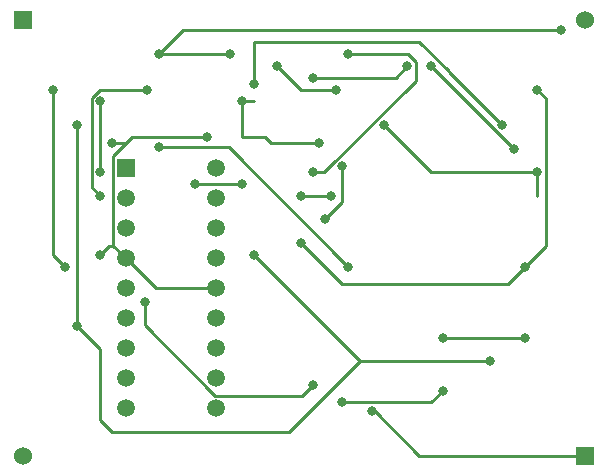
<source format=gbr>
%TF.GenerationSoftware,KiCad,Pcbnew,(6.0.9)*%
%TF.CreationDate,2023-11-13T18:20:47-08:00*%
%TF.ProjectId,music_card,6d757369-635f-4636-9172-642e6b696361,rev?*%
%TF.SameCoordinates,Original*%
%TF.FileFunction,Copper,L2,Bot*%
%TF.FilePolarity,Positive*%
%FSLAX46Y46*%
G04 Gerber Fmt 4.6, Leading zero omitted, Abs format (unit mm)*
G04 Created by KiCad (PCBNEW (6.0.9)) date 2023-11-13 18:20:47*
%MOMM*%
%LPD*%
G01*
G04 APERTURE LIST*
%TA.AperFunction,ComponentPad*%
%ADD10R,1.524000X1.524000*%
%TD*%
%TA.AperFunction,ComponentPad*%
%ADD11C,1.524000*%
%TD*%
%TA.AperFunction,ComponentPad*%
%ADD12R,1.498600X1.498600*%
%TD*%
%TA.AperFunction,ComponentPad*%
%ADD13C,1.498600*%
%TD*%
%TA.AperFunction,ViaPad*%
%ADD14C,0.800000*%
%TD*%
%TA.AperFunction,Conductor*%
%ADD15C,0.250000*%
%TD*%
G04 APERTURE END LIST*
D10*
%TO.P,VDD_THT2,1,THT*%
%TO.N,+5V*%
X114500000Y-94100000D03*
%TD*%
D11*
%TO.P,GND_THT1,1,THT*%
%TO.N,GND*%
X162000000Y-94100000D03*
%TD*%
D10*
%TO.P,GND_THT2,1,THT*%
%TO.N,GND*%
X162000000Y-131000000D03*
%TD*%
D12*
%TO.P,U2,1,Vref/AN2/RA2*%
%TO.N,Net-(R7-Pad1)*%
X123190000Y-106680000D03*
D13*
%TO.P,U2,2,CMP1/AN3/RA3*%
%TO.N,Net-(R6-Pad1)*%
X123190000Y-109220000D03*
%TO.P,U2,3,TOCKI/CMP2/RA4*%
%TO.N,unconnected-(U2-Pad3)*%
X123190000Y-111760000D03*
%TO.P,U2,4,~{MCLR}/Vpp/RA5*%
%TO.N,+5V*%
X123190000Y-114300000D03*
%TO.P,U2,5,VSS*%
%TO.N,GND*%
X123190000Y-116840000D03*
%TO.P,U2,6,RB0/INT*%
%TO.N,unconnected-(U2-Pad6)*%
X123190000Y-119380000D03*
%TO.P,U2,7,RB1/RX/DT*%
%TO.N,unconnected-(U2-Pad7)*%
X123190000Y-121920000D03*
%TO.P,U2,8,RB2/TX/CK*%
%TO.N,unconnected-(U2-Pad8)*%
X123190000Y-124460000D03*
%TO.P,U2,9,RB3/CCP1*%
%TO.N,Net-(R1-Pad2)*%
X123190000Y-127000000D03*
%TO.P,U2,10,RB4/PGM*%
%TO.N,unconnected-(U2-Pad10)*%
X130810000Y-127000000D03*
%TO.P,U2,11,RB5*%
%TO.N,unconnected-(U2-Pad11)*%
X130810000Y-124460000D03*
%TO.P,U2,12,RB6/T1OSC0/T1CKI/PGC*%
%TO.N,unconnected-(U2-Pad12)*%
X130810000Y-121920000D03*
%TO.P,U2,13,RB7/T1OSI/PGD*%
%TO.N,unconnected-(U2-Pad13)*%
X130810000Y-119380000D03*
%TO.P,U2,14,VDD*%
%TO.N,+5V*%
X130810000Y-116840000D03*
%TO.P,U2,15,CLKOUT/OSC2/RA6*%
%TO.N,unconnected-(U2-Pad15)*%
X130810000Y-114300000D03*
%TO.P,U2,16,CLKIN/OSC1/RA7*%
%TO.N,unconnected-(U2-Pad16)*%
X130810000Y-111760000D03*
%TO.P,U2,17,AN0/RA0*%
%TO.N,Net-(SW1-Pad1)*%
X130810000Y-109220000D03*
%TO.P,U2,18,AN1/RA1*%
%TO.N,unconnected-(U2-Pad18)*%
X130810000Y-106680000D03*
%TD*%
D11*
%TO.P,VDD_THT1,1,THT*%
%TO.N,+5V*%
X114500000Y-131000000D03*
%TD*%
D14*
%TO.N,Net-(BZ1-Pad1)*%
X140000000Y-111000000D03*
X139487701Y-104512299D03*
X133000000Y-101000000D03*
X141487701Y-106512299D03*
%TO.N,Net-(BZ1-Pad2)*%
X139000000Y-107000000D03*
X142000000Y-97000000D03*
%TO.N,Net-(D1-Pad1)*%
X138000000Y-109000000D03*
X140500000Y-109000000D03*
X150000000Y-121000000D03*
X157000000Y-121000000D03*
%TO.N,Net-(D1-Pad2)*%
X157000000Y-115000000D03*
X158000000Y-100000000D03*
X138000000Y-113000000D03*
%TO.N,Net-(D4-Pad1)*%
X119000000Y-120000000D03*
X119000000Y-103000000D03*
X134000000Y-114000000D03*
X134000000Y-114000000D03*
X154000000Y-123000000D03*
%TO.N,Net-(D4-Pad2)*%
X117000000Y-100000000D03*
X118000000Y-115000000D03*
X145000000Y-103000000D03*
X158000000Y-107000000D03*
%TO.N,Net-(R1-Pad2)*%
X141000000Y-100000000D03*
X129000000Y-108000000D03*
X136000000Y-98000000D03*
X133000000Y-108000000D03*
%TO.N,Net-(R6-Pad1)*%
X125000000Y-100000000D03*
X121000000Y-109000000D03*
%TO.N,Net-(R7-Pad1)*%
X121000000Y-101000000D03*
X121000000Y-107000000D03*
%TO.N,Net-(SW1-Pad2)*%
X156000000Y-105000000D03*
X149000000Y-98000000D03*
%TO.N,Net-(R6-Pad2)*%
X134000000Y-99500000D03*
X134000000Y-99500000D03*
X155012299Y-102987701D03*
X155012299Y-102987701D03*
%TO.N,Net-(R7-Pad2)*%
X142000000Y-115000000D03*
X126000000Y-104881200D03*
%TO.N,Net-(SW1-Pad1)*%
X150000000Y-125500000D03*
X141500000Y-126500000D03*
%TO.N,GND*%
X139000000Y-125000000D03*
X160000000Y-95000000D03*
X132000000Y-97000000D03*
X126000000Y-97000000D03*
X144000000Y-127224500D03*
X124775500Y-118000000D03*
%TO.N,+5V*%
X122000000Y-104500000D03*
X121000000Y-114000000D03*
X139000000Y-99000000D03*
X147000000Y-98000000D03*
X130000000Y-104000000D03*
%TD*%
D15*
%TO.N,Net-(BZ1-Pad1)*%
X133000000Y-104000000D02*
X134974695Y-104000000D01*
X141487701Y-106512299D02*
X141487701Y-109512299D01*
X133000000Y-101000000D02*
X134000000Y-101000000D01*
X141487701Y-109512299D02*
X140000000Y-111000000D01*
X134974695Y-104000000D02*
X135474695Y-104500000D01*
X139500000Y-104500000D02*
X139487701Y-104512299D01*
X135474695Y-104500000D02*
X139500000Y-104500000D01*
X133000000Y-104000000D02*
X133000000Y-101000000D01*
%TO.N,Net-(BZ1-Pad2)*%
X147725000Y-97699695D02*
X147725000Y-99249695D01*
X139974695Y-107000000D02*
X139000000Y-107000000D01*
X147725000Y-99249695D02*
X139974695Y-107000000D01*
X147025305Y-97000000D02*
X147725000Y-97699695D01*
X142000000Y-97000000D02*
X147025305Y-97000000D01*
%TO.N,Net-(D1-Pad1)*%
X140500000Y-109000000D02*
X138000000Y-109000000D01*
X150000000Y-121000000D02*
X157000000Y-121000000D01*
%TO.N,Net-(D1-Pad2)*%
X158725000Y-113275000D02*
X157000000Y-115000000D01*
X158725000Y-100725000D02*
X158725000Y-113275000D01*
X141500000Y-116500000D02*
X155500000Y-116500000D01*
X158000000Y-100000000D02*
X158725000Y-100725000D01*
X155500000Y-116500000D02*
X157000000Y-115000000D01*
X138000000Y-113000000D02*
X141500000Y-116500000D01*
%TO.N,Net-(D4-Pad1)*%
X119000000Y-120000000D02*
X121000000Y-122000000D01*
X143000000Y-123000000D02*
X154000000Y-123000000D01*
X121000000Y-122000000D02*
X121000000Y-128000000D01*
X122000000Y-129000000D02*
X123000000Y-129000000D01*
X123000000Y-129000000D02*
X137000000Y-129000000D01*
X119000000Y-103000000D02*
X119000000Y-120000000D01*
X143000000Y-123000000D02*
X134000000Y-114000000D01*
X121000000Y-128000000D02*
X122000000Y-129000000D01*
X137000000Y-129000000D02*
X143000000Y-123000000D01*
%TO.N,Net-(D4-Pad2)*%
X117000000Y-114000000D02*
X118000000Y-115000000D01*
X158000000Y-107000000D02*
X158000000Y-109000000D01*
X149000000Y-107000000D02*
X158000000Y-107000000D01*
X117000000Y-100000000D02*
X117000000Y-114000000D01*
X145000000Y-103000000D02*
X149000000Y-107000000D01*
%TO.N,Net-(R1-Pad2)*%
X129000000Y-108000000D02*
X133000000Y-108000000D01*
X136000000Y-98000000D02*
X138000000Y-100000000D01*
X138000000Y-100000000D02*
X141000000Y-100000000D01*
%TO.N,Net-(R6-Pad1)*%
X120974695Y-100000000D02*
X125000000Y-100000000D01*
X120275000Y-100699695D02*
X120974695Y-100000000D01*
X120275000Y-108275000D02*
X120275000Y-100699695D01*
X121000000Y-109000000D02*
X120275000Y-108275000D01*
%TO.N,Net-(R7-Pad1)*%
X121000000Y-101000000D02*
X121000000Y-107000000D01*
%TO.N,Net-(SW1-Pad2)*%
X156000000Y-105000000D02*
X149000000Y-98000000D01*
%TO.N,Net-(R6-Pad2)*%
X152975402Y-100975402D02*
X154987701Y-102987701D01*
X134000000Y-99500000D02*
X134000000Y-96000000D01*
X150500000Y-98500000D02*
X152975402Y-100975402D01*
X134000000Y-96000000D02*
X148025305Y-96000000D01*
X154987701Y-102987701D02*
X155012299Y-102987701D01*
X148025305Y-96000000D02*
X150500000Y-98474695D01*
X150500000Y-98474695D02*
X150500000Y-98500000D01*
X152975402Y-100975402D02*
X153000000Y-100975402D01*
%TO.N,Net-(R7-Pad2)*%
X131881200Y-104881200D02*
X142000000Y-115000000D01*
X126000000Y-104881200D02*
X131881200Y-104881200D01*
%TO.N,Net-(SW1-Pad1)*%
X149000000Y-126500000D02*
X150000000Y-125500000D01*
X141500000Y-126500000D02*
X149000000Y-126500000D01*
%TO.N,GND*%
X132000000Y-97000000D02*
X126000000Y-97000000D01*
X124775500Y-119944790D02*
X130756410Y-125925700D01*
X130756410Y-125925700D02*
X138074300Y-125925700D01*
X144000000Y-127224500D02*
X144224500Y-127224500D01*
X138074300Y-125925700D02*
X139000000Y-125000000D01*
X128000000Y-95000000D02*
X126000000Y-97000000D01*
X160000000Y-95000000D02*
X128000000Y-95000000D01*
X124775500Y-118000000D02*
X124775500Y-119944790D01*
X148000000Y-131000000D02*
X162000000Y-131000000D01*
X144224500Y-127224500D02*
X148000000Y-131000000D01*
%TO.N,+5V*%
X123000000Y-104500000D02*
X122000000Y-104500000D01*
X147000000Y-98000000D02*
X146000000Y-99000000D01*
X125730000Y-116840000D02*
X130810000Y-116840000D01*
X123190000Y-114300000D02*
X125730000Y-116840000D01*
X121774300Y-113225700D02*
X121000000Y-114000000D01*
X130000000Y-104000000D02*
X123721400Y-104000000D01*
X123110700Y-104610700D02*
X122115700Y-105605700D01*
X122115700Y-113225700D02*
X121774300Y-113225700D01*
X122115700Y-105605700D02*
X122115700Y-113225700D01*
X123110700Y-104610700D02*
X123000000Y-104500000D01*
X146000000Y-99000000D02*
X139000000Y-99000000D01*
X122115700Y-113225700D02*
X123190000Y-114300000D01*
X123721400Y-104000000D02*
X123110700Y-104610700D01*
%TD*%
M02*

</source>
